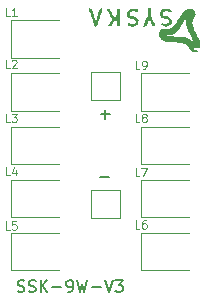
<source format=gbr>
%TF.GenerationSoftware,KiCad,Pcbnew,(7.0.0)*%
%TF.CreationDate,2023-02-27T22:59:02+05:30*%
%TF.ProjectId,9W_SYSKA,39575f53-5953-44b4-912e-6b696361645f,rev?*%
%TF.SameCoordinates,Original*%
%TF.FileFunction,Legend,Top*%
%TF.FilePolarity,Positive*%
%FSLAX46Y46*%
G04 Gerber Fmt 4.6, Leading zero omitted, Abs format (unit mm)*
G04 Created by KiCad (PCBNEW (7.0.0)) date 2023-02-27 22:59:02*
%MOMM*%
%LPD*%
G01*
G04 APERTURE LIST*
%ADD10C,0.150000*%
%ADD11C,0.120000*%
G04 APERTURE END LIST*
D10*
X101560476Y-125374761D02*
X101703333Y-125422380D01*
X101703333Y-125422380D02*
X101941428Y-125422380D01*
X101941428Y-125422380D02*
X102036666Y-125374761D01*
X102036666Y-125374761D02*
X102084285Y-125327142D01*
X102084285Y-125327142D02*
X102131904Y-125231904D01*
X102131904Y-125231904D02*
X102131904Y-125136666D01*
X102131904Y-125136666D02*
X102084285Y-125041428D01*
X102084285Y-125041428D02*
X102036666Y-124993809D01*
X102036666Y-124993809D02*
X101941428Y-124946190D01*
X101941428Y-124946190D02*
X101750952Y-124898571D01*
X101750952Y-124898571D02*
X101655714Y-124850952D01*
X101655714Y-124850952D02*
X101608095Y-124803333D01*
X101608095Y-124803333D02*
X101560476Y-124708095D01*
X101560476Y-124708095D02*
X101560476Y-124612857D01*
X101560476Y-124612857D02*
X101608095Y-124517619D01*
X101608095Y-124517619D02*
X101655714Y-124470000D01*
X101655714Y-124470000D02*
X101750952Y-124422380D01*
X101750952Y-124422380D02*
X101989047Y-124422380D01*
X101989047Y-124422380D02*
X102131904Y-124470000D01*
X102512857Y-125374761D02*
X102655714Y-125422380D01*
X102655714Y-125422380D02*
X102893809Y-125422380D01*
X102893809Y-125422380D02*
X102989047Y-125374761D01*
X102989047Y-125374761D02*
X103036666Y-125327142D01*
X103036666Y-125327142D02*
X103084285Y-125231904D01*
X103084285Y-125231904D02*
X103084285Y-125136666D01*
X103084285Y-125136666D02*
X103036666Y-125041428D01*
X103036666Y-125041428D02*
X102989047Y-124993809D01*
X102989047Y-124993809D02*
X102893809Y-124946190D01*
X102893809Y-124946190D02*
X102703333Y-124898571D01*
X102703333Y-124898571D02*
X102608095Y-124850952D01*
X102608095Y-124850952D02*
X102560476Y-124803333D01*
X102560476Y-124803333D02*
X102512857Y-124708095D01*
X102512857Y-124708095D02*
X102512857Y-124612857D01*
X102512857Y-124612857D02*
X102560476Y-124517619D01*
X102560476Y-124517619D02*
X102608095Y-124470000D01*
X102608095Y-124470000D02*
X102703333Y-124422380D01*
X102703333Y-124422380D02*
X102941428Y-124422380D01*
X102941428Y-124422380D02*
X103084285Y-124470000D01*
X103512857Y-125422380D02*
X103512857Y-124422380D01*
X104084285Y-125422380D02*
X103655714Y-124850952D01*
X104084285Y-124422380D02*
X103512857Y-124993809D01*
X104512857Y-125041428D02*
X105274762Y-125041428D01*
X105798571Y-125422380D02*
X105989047Y-125422380D01*
X105989047Y-125422380D02*
X106084285Y-125374761D01*
X106084285Y-125374761D02*
X106131904Y-125327142D01*
X106131904Y-125327142D02*
X106227142Y-125184285D01*
X106227142Y-125184285D02*
X106274761Y-124993809D01*
X106274761Y-124993809D02*
X106274761Y-124612857D01*
X106274761Y-124612857D02*
X106227142Y-124517619D01*
X106227142Y-124517619D02*
X106179523Y-124470000D01*
X106179523Y-124470000D02*
X106084285Y-124422380D01*
X106084285Y-124422380D02*
X105893809Y-124422380D01*
X105893809Y-124422380D02*
X105798571Y-124470000D01*
X105798571Y-124470000D02*
X105750952Y-124517619D01*
X105750952Y-124517619D02*
X105703333Y-124612857D01*
X105703333Y-124612857D02*
X105703333Y-124850952D01*
X105703333Y-124850952D02*
X105750952Y-124946190D01*
X105750952Y-124946190D02*
X105798571Y-124993809D01*
X105798571Y-124993809D02*
X105893809Y-125041428D01*
X105893809Y-125041428D02*
X106084285Y-125041428D01*
X106084285Y-125041428D02*
X106179523Y-124993809D01*
X106179523Y-124993809D02*
X106227142Y-124946190D01*
X106227142Y-124946190D02*
X106274761Y-124850952D01*
X106608095Y-124422380D02*
X106846190Y-125422380D01*
X106846190Y-125422380D02*
X107036666Y-124708095D01*
X107036666Y-124708095D02*
X107227142Y-125422380D01*
X107227142Y-125422380D02*
X107465238Y-124422380D01*
X107846190Y-125041428D02*
X108608095Y-125041428D01*
X108941428Y-124422380D02*
X109274761Y-125422380D01*
X109274761Y-125422380D02*
X109608094Y-124422380D01*
X109846190Y-124422380D02*
X110465237Y-124422380D01*
X110465237Y-124422380D02*
X110131904Y-124803333D01*
X110131904Y-124803333D02*
X110274761Y-124803333D01*
X110274761Y-124803333D02*
X110369999Y-124850952D01*
X110369999Y-124850952D02*
X110417618Y-124898571D01*
X110417618Y-124898571D02*
X110465237Y-124993809D01*
X110465237Y-124993809D02*
X110465237Y-125231904D01*
X110465237Y-125231904D02*
X110417618Y-125327142D01*
X110417618Y-125327142D02*
X110369999Y-125374761D01*
X110369999Y-125374761D02*
X110274761Y-125422380D01*
X110274761Y-125422380D02*
X109989047Y-125422380D01*
X109989047Y-125422380D02*
X109893809Y-125374761D01*
X109893809Y-125374761D02*
X109846190Y-125327142D01*
D11*
%TO.C,L9*%
X111883333Y-106557166D02*
X111549999Y-106557166D01*
X111549999Y-106557166D02*
X111549999Y-105857166D01*
X112150000Y-106557166D02*
X112283333Y-106557166D01*
X112283333Y-106557166D02*
X112350000Y-106523833D01*
X112350000Y-106523833D02*
X112383333Y-106490500D01*
X112383333Y-106490500D02*
X112450000Y-106390500D01*
X112450000Y-106390500D02*
X112483333Y-106257166D01*
X112483333Y-106257166D02*
X112483333Y-105990500D01*
X112483333Y-105990500D02*
X112450000Y-105923833D01*
X112450000Y-105923833D02*
X112416666Y-105890500D01*
X112416666Y-105890500D02*
X112350000Y-105857166D01*
X112350000Y-105857166D02*
X112216666Y-105857166D01*
X112216666Y-105857166D02*
X112150000Y-105890500D01*
X112150000Y-105890500D02*
X112116666Y-105923833D01*
X112116666Y-105923833D02*
X112083333Y-105990500D01*
X112083333Y-105990500D02*
X112083333Y-106157166D01*
X112083333Y-106157166D02*
X112116666Y-106223833D01*
X112116666Y-106223833D02*
X112150000Y-106257166D01*
X112150000Y-106257166D02*
X112216666Y-106290500D01*
X112216666Y-106290500D02*
X112350000Y-106290500D01*
X112350000Y-106290500D02*
X112416666Y-106257166D01*
X112416666Y-106257166D02*
X112450000Y-106223833D01*
X112450000Y-106223833D02*
X112483333Y-106157166D01*
%TO.C,L8*%
X111883333Y-111047166D02*
X111549999Y-111047166D01*
X111549999Y-111047166D02*
X111549999Y-110347166D01*
X112216666Y-110647166D02*
X112150000Y-110613833D01*
X112150000Y-110613833D02*
X112116666Y-110580500D01*
X112116666Y-110580500D02*
X112083333Y-110513833D01*
X112083333Y-110513833D02*
X112083333Y-110480500D01*
X112083333Y-110480500D02*
X112116666Y-110413833D01*
X112116666Y-110413833D02*
X112150000Y-110380500D01*
X112150000Y-110380500D02*
X112216666Y-110347166D01*
X112216666Y-110347166D02*
X112350000Y-110347166D01*
X112350000Y-110347166D02*
X112416666Y-110380500D01*
X112416666Y-110380500D02*
X112450000Y-110413833D01*
X112450000Y-110413833D02*
X112483333Y-110480500D01*
X112483333Y-110480500D02*
X112483333Y-110513833D01*
X112483333Y-110513833D02*
X112450000Y-110580500D01*
X112450000Y-110580500D02*
X112416666Y-110613833D01*
X112416666Y-110613833D02*
X112350000Y-110647166D01*
X112350000Y-110647166D02*
X112216666Y-110647166D01*
X112216666Y-110647166D02*
X112150000Y-110680500D01*
X112150000Y-110680500D02*
X112116666Y-110713833D01*
X112116666Y-110713833D02*
X112083333Y-110780500D01*
X112083333Y-110780500D02*
X112083333Y-110913833D01*
X112083333Y-110913833D02*
X112116666Y-110980500D01*
X112116666Y-110980500D02*
X112150000Y-111013833D01*
X112150000Y-111013833D02*
X112216666Y-111047166D01*
X112216666Y-111047166D02*
X112350000Y-111047166D01*
X112350000Y-111047166D02*
X112416666Y-111013833D01*
X112416666Y-111013833D02*
X112450000Y-110980500D01*
X112450000Y-110980500D02*
X112483333Y-110913833D01*
X112483333Y-110913833D02*
X112483333Y-110780500D01*
X112483333Y-110780500D02*
X112450000Y-110713833D01*
X112450000Y-110713833D02*
X112416666Y-110680500D01*
X112416666Y-110680500D02*
X112350000Y-110647166D01*
%TO.C,L5*%
X100883333Y-120137166D02*
X100549999Y-120137166D01*
X100549999Y-120137166D02*
X100549999Y-119437166D01*
X101450000Y-119437166D02*
X101116666Y-119437166D01*
X101116666Y-119437166D02*
X101083333Y-119770500D01*
X101083333Y-119770500D02*
X101116666Y-119737166D01*
X101116666Y-119737166D02*
X101183333Y-119703833D01*
X101183333Y-119703833D02*
X101350000Y-119703833D01*
X101350000Y-119703833D02*
X101416666Y-119737166D01*
X101416666Y-119737166D02*
X101450000Y-119770500D01*
X101450000Y-119770500D02*
X101483333Y-119837166D01*
X101483333Y-119837166D02*
X101483333Y-120003833D01*
X101483333Y-120003833D02*
X101450000Y-120070500D01*
X101450000Y-120070500D02*
X101416666Y-120103833D01*
X101416666Y-120103833D02*
X101350000Y-120137166D01*
X101350000Y-120137166D02*
X101183333Y-120137166D01*
X101183333Y-120137166D02*
X101116666Y-120103833D01*
X101116666Y-120103833D02*
X101083333Y-120070500D01*
%TO.C,L4*%
X100883333Y-115557166D02*
X100549999Y-115557166D01*
X100549999Y-115557166D02*
X100549999Y-114857166D01*
X101416666Y-115090500D02*
X101416666Y-115557166D01*
X101250000Y-114823833D02*
X101083333Y-115323833D01*
X101083333Y-115323833D02*
X101516666Y-115323833D01*
D10*
%TO.C,REF\u002A\u002A*%
X108608095Y-110391428D02*
X109370000Y-110391428D01*
X108989047Y-110772380D02*
X108989047Y-110010476D01*
D11*
%TO.C,L1*%
X100883333Y-102057166D02*
X100549999Y-102057166D01*
X100549999Y-102057166D02*
X100549999Y-101357166D01*
X101483333Y-102057166D02*
X101083333Y-102057166D01*
X101283333Y-102057166D02*
X101283333Y-101357166D01*
X101283333Y-101357166D02*
X101216666Y-101457166D01*
X101216666Y-101457166D02*
X101150000Y-101523833D01*
X101150000Y-101523833D02*
X101083333Y-101557166D01*
%TO.C,L7*%
X111883333Y-115617166D02*
X111549999Y-115617166D01*
X111549999Y-115617166D02*
X111549999Y-114917166D01*
X112050000Y-114917166D02*
X112516666Y-114917166D01*
X112516666Y-114917166D02*
X112216666Y-115617166D01*
%TO.C,L2*%
X100883333Y-106477166D02*
X100549999Y-106477166D01*
X100549999Y-106477166D02*
X100549999Y-105777166D01*
X101083333Y-105843833D02*
X101116666Y-105810500D01*
X101116666Y-105810500D02*
X101183333Y-105777166D01*
X101183333Y-105777166D02*
X101350000Y-105777166D01*
X101350000Y-105777166D02*
X101416666Y-105810500D01*
X101416666Y-105810500D02*
X101450000Y-105843833D01*
X101450000Y-105843833D02*
X101483333Y-105910500D01*
X101483333Y-105910500D02*
X101483333Y-105977166D01*
X101483333Y-105977166D02*
X101450000Y-106077166D01*
X101450000Y-106077166D02*
X101050000Y-106477166D01*
X101050000Y-106477166D02*
X101483333Y-106477166D01*
D10*
%TO.C,REF\u002A\u002A*%
X108548095Y-115701428D02*
X109310000Y-115701428D01*
D11*
%TO.C,L6*%
X111883333Y-120057166D02*
X111549999Y-120057166D01*
X111549999Y-120057166D02*
X111549999Y-119357166D01*
X112416666Y-119357166D02*
X112283333Y-119357166D01*
X112283333Y-119357166D02*
X112216666Y-119390500D01*
X112216666Y-119390500D02*
X112183333Y-119423833D01*
X112183333Y-119423833D02*
X112116666Y-119523833D01*
X112116666Y-119523833D02*
X112083333Y-119657166D01*
X112083333Y-119657166D02*
X112083333Y-119923833D01*
X112083333Y-119923833D02*
X112116666Y-119990500D01*
X112116666Y-119990500D02*
X112150000Y-120023833D01*
X112150000Y-120023833D02*
X112216666Y-120057166D01*
X112216666Y-120057166D02*
X112350000Y-120057166D01*
X112350000Y-120057166D02*
X112416666Y-120023833D01*
X112416666Y-120023833D02*
X112450000Y-119990500D01*
X112450000Y-119990500D02*
X112483333Y-119923833D01*
X112483333Y-119923833D02*
X112483333Y-119757166D01*
X112483333Y-119757166D02*
X112450000Y-119690500D01*
X112450000Y-119690500D02*
X112416666Y-119657166D01*
X112416666Y-119657166D02*
X112350000Y-119623833D01*
X112350000Y-119623833D02*
X112216666Y-119623833D01*
X112216666Y-119623833D02*
X112150000Y-119657166D01*
X112150000Y-119657166D02*
X112116666Y-119690500D01*
X112116666Y-119690500D02*
X112083333Y-119757166D01*
%TO.C,L3*%
X100883333Y-111037166D02*
X100549999Y-111037166D01*
X100549999Y-111037166D02*
X100549999Y-110337166D01*
X101050000Y-110337166D02*
X101483333Y-110337166D01*
X101483333Y-110337166D02*
X101250000Y-110603833D01*
X101250000Y-110603833D02*
X101350000Y-110603833D01*
X101350000Y-110603833D02*
X101416666Y-110637166D01*
X101416666Y-110637166D02*
X101450000Y-110670500D01*
X101450000Y-110670500D02*
X101483333Y-110737166D01*
X101483333Y-110737166D02*
X101483333Y-110903833D01*
X101483333Y-110903833D02*
X101450000Y-110970500D01*
X101450000Y-110970500D02*
X101416666Y-111003833D01*
X101416666Y-111003833D02*
X101350000Y-111037166D01*
X101350000Y-111037166D02*
X101150000Y-111037166D01*
X101150000Y-111037166D02*
X101083333Y-111003833D01*
X101083333Y-111003833D02*
X101050000Y-110970500D01*
%TO.C,L9*%
X112040000Y-106915000D02*
X112040000Y-110085000D01*
X112040000Y-110085000D02*
X116100000Y-110085000D01*
X116100000Y-106915000D02*
X112040000Y-106915000D01*
%TO.C,J2*%
X107800000Y-116800000D02*
X110200000Y-116800000D01*
X107800000Y-119200000D02*
X107800000Y-116800000D01*
X110200000Y-116800000D02*
X110200000Y-119200000D01*
X110200000Y-119200000D02*
X107800000Y-119200000D01*
%TO.C,L8*%
X112040000Y-111415000D02*
X112040000Y-114585000D01*
X112040000Y-114585000D02*
X116100000Y-114585000D01*
X116100000Y-111415000D02*
X112040000Y-111415000D01*
%TO.C,G\u002A\u002A\u002A*%
G36*
X114943033Y-103561211D02*
G01*
X114926896Y-103577348D01*
X114910758Y-103561211D01*
X114926896Y-103545074D01*
X114943033Y-103561211D01*
G37*
G36*
X112845193Y-101718558D02*
G01*
X112847255Y-101843633D01*
X112856147Y-101950442D01*
X112875932Y-102051020D01*
X112910672Y-102157403D01*
X112964427Y-102281626D01*
X113041260Y-102435723D01*
X113145233Y-102631730D01*
X113167018Y-102672160D01*
X113223286Y-102783694D01*
X113261189Y-102873277D01*
X113274935Y-102926553D01*
X113272720Y-102934205D01*
X113227589Y-102944518D01*
X113147112Y-102942450D01*
X113128986Y-102940409D01*
X113044973Y-102920832D01*
X112998407Y-102876119D01*
X112971049Y-102809076D01*
X112941919Y-102736689D01*
X112894224Y-102632915D01*
X112838227Y-102518522D01*
X112784193Y-102414278D01*
X112742386Y-102340952D01*
X112732457Y-102326323D01*
X112714773Y-102345824D01*
X112677834Y-102409322D01*
X112628966Y-102501991D01*
X112575498Y-102609006D01*
X112524757Y-102715542D01*
X112484070Y-102806775D01*
X112460765Y-102867879D01*
X112457900Y-102881808D01*
X112436543Y-102927879D01*
X112417556Y-102935539D01*
X112356446Y-102941960D01*
X112289136Y-102949691D01*
X112218517Y-102948013D01*
X112183198Y-102931263D01*
X112191065Y-102894014D01*
X112224521Y-102810331D01*
X112278865Y-102690780D01*
X112349394Y-102545926D01*
X112392305Y-102461388D01*
X112619272Y-102020413D01*
X112619272Y-101717686D01*
X112619272Y-101414959D01*
X112732232Y-101414959D01*
X112845193Y-101414959D01*
X112845193Y-101718558D01*
G37*
G36*
X108717683Y-101421477D02*
G01*
X108746300Y-101447962D01*
X108746337Y-101449237D01*
X108736596Y-101489889D01*
X108709614Y-101580920D01*
X108668754Y-101711539D01*
X108617376Y-101870950D01*
X108572947Y-102005971D01*
X108510242Y-102196604D01*
X108450104Y-102382489D01*
X108397545Y-102547909D01*
X108357580Y-102677150D01*
X108341915Y-102730144D01*
X108309753Y-102833595D01*
X108281913Y-102907218D01*
X108265178Y-102934328D01*
X108220251Y-102941926D01*
X108191012Y-102947403D01*
X108147203Y-102946932D01*
X108109983Y-102919472D01*
X108071867Y-102854605D01*
X108025370Y-102741912D01*
X108005936Y-102689801D01*
X107962638Y-102567655D01*
X107909965Y-102412462D01*
X107852060Y-102237193D01*
X107793065Y-102054820D01*
X107737125Y-101878313D01*
X107688381Y-101720645D01*
X107650978Y-101594786D01*
X107629058Y-101513709D01*
X107626400Y-101501528D01*
X107619128Y-101442798D01*
X107639249Y-101419275D01*
X107702857Y-101418580D01*
X107731281Y-101420842D01*
X107817865Y-101436858D01*
X107861836Y-101474599D01*
X107876259Y-101511783D01*
X107929898Y-101703327D01*
X107969739Y-101842472D01*
X107998760Y-101939148D01*
X108019942Y-102003286D01*
X108036040Y-102044311D01*
X108059996Y-102109512D01*
X108092688Y-102211990D01*
X108119289Y-102302507D01*
X108173997Y-102496154D01*
X108246886Y-102270233D01*
X108293775Y-102121324D01*
X108341903Y-101962868D01*
X108374676Y-101850665D01*
X108434878Y-101659221D01*
X108490340Y-101528047D01*
X108542924Y-101453200D01*
X108571315Y-101434608D01*
X108651591Y-101416376D01*
X108717683Y-101421477D01*
G37*
G36*
X114265375Y-101451678D02*
G01*
X114390562Y-101460401D01*
X114481208Y-101475049D01*
X114507328Y-101484502D01*
X114581319Y-101539218D01*
X114636230Y-101604055D01*
X114652563Y-101647741D01*
X114626628Y-101679757D01*
X114577312Y-101708826D01*
X114503909Y-101725350D01*
X114414453Y-101705629D01*
X114379724Y-101691996D01*
X114207741Y-101645666D01*
X114043706Y-101658470D01*
X113957625Y-101687646D01*
X113882118Y-101727830D01*
X113850994Y-101779035D01*
X113845701Y-101846712D01*
X113854693Y-101932698D01*
X113888887Y-101993099D01*
X113959115Y-102035756D01*
X114076207Y-102068506D01*
X114178375Y-102087491D01*
X114367111Y-102131996D01*
X114498941Y-102195334D01*
X114580064Y-102282762D01*
X114616680Y-102399538D01*
X114620288Y-102462294D01*
X114597184Y-102635561D01*
X114524798Y-102772010D01*
X114434189Y-102856953D01*
X114283837Y-102929930D01*
X114111507Y-102953203D01*
X113935664Y-102927377D01*
X113774771Y-102853059D01*
X113748685Y-102834473D01*
X113668192Y-102773341D01*
X113733127Y-102707876D01*
X113773676Y-102671548D01*
X113813434Y-102658589D01*
X113873406Y-102668021D01*
X113968490Y-102696911D01*
X114069462Y-102726832D01*
X114135185Y-102734983D01*
X114191330Y-102720934D01*
X114248863Y-102692202D01*
X114344393Y-102614305D01*
X114380515Y-102534163D01*
X114382780Y-102453082D01*
X114344387Y-102391027D01*
X114258356Y-102342956D01*
X114117705Y-102303825D01*
X114040921Y-102288889D01*
X113869480Y-102249132D01*
X113752236Y-102196019D01*
X113678984Y-102120516D01*
X113639519Y-102013588D01*
X113627122Y-101922628D01*
X113623408Y-101800361D01*
X113640705Y-101710852D01*
X113683378Y-101626281D01*
X113742815Y-101545117D01*
X113801628Y-101487219D01*
X113814190Y-101479100D01*
X113880055Y-101462589D01*
X113990373Y-101452618D01*
X114125396Y-101449032D01*
X114265375Y-101451678D01*
G37*
G36*
X111531006Y-101452047D02*
G01*
X111637967Y-101468014D01*
X111709738Y-101497433D01*
X111716474Y-101501843D01*
X111795787Y-101564889D01*
X111820856Y-101616148D01*
X111796247Y-101670439D01*
X111775689Y-101694026D01*
X111728868Y-101738576D01*
X111689629Y-101745921D01*
X111630128Y-101717860D01*
X111607733Y-101704888D01*
X111501613Y-101665023D01*
X111374765Y-101648330D01*
X111248491Y-101654124D01*
X111144093Y-101681721D01*
X111088650Y-101721567D01*
X111047629Y-101812324D01*
X111043346Y-101909555D01*
X111076071Y-101986134D01*
X111085918Y-101995637D01*
X111140521Y-102021398D01*
X111238064Y-102051008D01*
X111357739Y-102078178D01*
X111361369Y-102078873D01*
X111557315Y-102131244D01*
X111694884Y-102205164D01*
X111777998Y-102305287D01*
X111810579Y-102436265D01*
X111797726Y-102596583D01*
X111747723Y-102725702D01*
X111647724Y-102828243D01*
X111491413Y-102910492D01*
X111476665Y-102916240D01*
X111371115Y-102950897D01*
X111287616Y-102958332D01*
X111190798Y-102940807D01*
X111171434Y-102935765D01*
X111020698Y-102884041D01*
X110923626Y-102825254D01*
X110883110Y-102762976D01*
X110902045Y-102700775D01*
X110948957Y-102661221D01*
X111016968Y-102643166D01*
X111066013Y-102663622D01*
X111177938Y-102708985D01*
X111302373Y-102722412D01*
X111420631Y-102706220D01*
X111514025Y-102662725D01*
X111561343Y-102602240D01*
X111566004Y-102520900D01*
X111538421Y-102431214D01*
X111489923Y-102359991D01*
X111448506Y-102335215D01*
X111379669Y-102319499D01*
X111272983Y-102295275D01*
X111171076Y-102272205D01*
X111008307Y-102224843D01*
X110900683Y-102163948D01*
X110838934Y-102080116D01*
X110813789Y-101963948D01*
X110811902Y-101907985D01*
X110827574Y-101736730D01*
X110878394Y-101609838D01*
X110970073Y-101522634D01*
X111108319Y-101470442D01*
X111298841Y-101448586D01*
X111374482Y-101447234D01*
X111531006Y-101452047D01*
G37*
G36*
X110263236Y-102189547D02*
G01*
X110263236Y-102931859D01*
X110153729Y-102931859D01*
X110092878Y-102927824D01*
X110051319Y-102908835D01*
X110025298Y-102864570D01*
X110011060Y-102784704D01*
X110004853Y-102658913D01*
X110003143Y-102517720D01*
X110000970Y-102375191D01*
X109995714Y-102289285D01*
X109986104Y-102252101D01*
X109970867Y-102255736D01*
X109962799Y-102267030D01*
X109923211Y-102320671D01*
X109854528Y-102405139D01*
X109770783Y-102503232D01*
X109760818Y-102514612D01*
X109668103Y-102623709D01*
X109581422Y-102731641D01*
X109519347Y-102815271D01*
X109518759Y-102816133D01*
X109455289Y-102889099D01*
X109392332Y-102930717D01*
X109375689Y-102934328D01*
X109288661Y-102940416D01*
X109237156Y-102945393D01*
X109172479Y-102941197D01*
X109146068Y-102925873D01*
X109159139Y-102891948D01*
X109207757Y-102821485D01*
X109283797Y-102725479D01*
X109359727Y-102636749D01*
X109466825Y-102511631D01*
X109534147Y-102422224D01*
X109567831Y-102358872D01*
X109574019Y-102311917D01*
X109572224Y-102302527D01*
X109548168Y-102245961D01*
X109497348Y-102149732D01*
X109427821Y-102028531D01*
X109366489Y-101927249D01*
X109285661Y-101794383D01*
X109214559Y-101673051D01*
X109162227Y-101578940D01*
X109140878Y-101535989D01*
X109119523Y-101478185D01*
X109131960Y-101453248D01*
X109191302Y-101447355D01*
X109225076Y-101447234D01*
X109294950Y-101454071D01*
X109354370Y-101480434D01*
X109411286Y-101535105D01*
X109473646Y-101626865D01*
X109549400Y-101764493D01*
X109597470Y-101858581D01*
X109656822Y-101969959D01*
X109710054Y-102058492D01*
X109747417Y-102108229D01*
X109752559Y-102112392D01*
X109798179Y-102104077D01*
X109868606Y-102043588D01*
X109904048Y-102003746D01*
X109964801Y-101926520D01*
X109997465Y-101862147D01*
X110009591Y-101785645D01*
X110008730Y-101672033D01*
X110008267Y-101658931D01*
X110000592Y-101447234D01*
X110131914Y-101447234D01*
X110263236Y-101447234D01*
X110263236Y-102189547D01*
G37*
G36*
X116659592Y-101856044D02*
G01*
X116695690Y-101917907D01*
X116578107Y-102071949D01*
X116461634Y-102268016D01*
X116389903Y-102484098D01*
X116369154Y-102699529D01*
X116372778Y-102751930D01*
X116401012Y-102885129D01*
X116458673Y-103058641D01*
X116540021Y-103258650D01*
X116639316Y-103471337D01*
X116750821Y-103682888D01*
X116782683Y-103738721D01*
X116884883Y-103941803D01*
X116966381Y-104157457D01*
X117020574Y-104364983D01*
X117036362Y-104504080D01*
X117040857Y-104543680D01*
X117040873Y-104548031D01*
X117040873Y-104626268D01*
X117040873Y-104740434D01*
X116782677Y-104726501D01*
X116643390Y-104722101D01*
X116560449Y-104727730D01*
X116526325Y-104744113D01*
X116524481Y-104751348D01*
X116510691Y-104802875D01*
X116476316Y-104883726D01*
X116463412Y-104909914D01*
X116432157Y-104983045D01*
X116425709Y-105025436D01*
X116431137Y-105029699D01*
X116458965Y-105004896D01*
X116459933Y-104996334D01*
X116490182Y-104978458D01*
X116573612Y-104969127D01*
X116669717Y-104968740D01*
X116776571Y-104974999D01*
X116852133Y-104985761D01*
X116879501Y-104998154D01*
X116848143Y-105048670D01*
X116754969Y-105085431D01*
X116601324Y-105107980D01*
X116542571Y-105111964D01*
X116298531Y-105125041D01*
X116207369Y-104924066D01*
X116115223Y-104753036D01*
X116014755Y-104626268D01*
X116556756Y-104626268D01*
X116572893Y-104642405D01*
X116589030Y-104626268D01*
X116572893Y-104610131D01*
X116556756Y-104626268D01*
X116014755Y-104626268D01*
X116004596Y-104613450D01*
X115868759Y-104502415D01*
X115700981Y-104417039D01*
X115494532Y-104354430D01*
X115242683Y-104311697D01*
X114938704Y-104285947D01*
X114700974Y-104276717D01*
X114405715Y-104260807D01*
X114165108Y-104226991D01*
X113970849Y-104171625D01*
X113814637Y-104091067D01*
X113688170Y-103981673D01*
X113583146Y-103839801D01*
X113542822Y-103768495D01*
X113513715Y-103685015D01*
X114152309Y-103685015D01*
X114313681Y-103730093D01*
X114399300Y-103746517D01*
X114535124Y-103763700D01*
X114706848Y-103780226D01*
X114900165Y-103794680D01*
X115055994Y-103803567D01*
X115324595Y-103818527D01*
X115538419Y-103835000D01*
X115707236Y-103854258D01*
X115840817Y-103877571D01*
X115948933Y-103906211D01*
X116008090Y-103927450D01*
X116108864Y-103985198D01*
X116221785Y-104076304D01*
X116329781Y-104183853D01*
X116415779Y-104290934D01*
X116461474Y-104376582D01*
X116494371Y-104464523D01*
X116523764Y-104520071D01*
X116543139Y-104535749D01*
X116545984Y-104504080D01*
X116538410Y-104464896D01*
X116498783Y-104333635D01*
X116437511Y-104170900D01*
X116364829Y-104001344D01*
X116290972Y-103849621D01*
X116259048Y-103791967D01*
X116207627Y-103697480D01*
X116139791Y-103563499D01*
X116065247Y-103409557D01*
X116008297Y-103287332D01*
X115902568Y-103030401D01*
X115839417Y-102811720D01*
X115817443Y-102622289D01*
X115835245Y-102453107D01*
X115863841Y-102359136D01*
X115926357Y-102228577D01*
X116012359Y-102091428D01*
X116105250Y-101972133D01*
X116169462Y-101909074D01*
X116196094Y-101882480D01*
X116169104Y-101882652D01*
X116145257Y-101888309D01*
X116088818Y-101910645D01*
X116072639Y-101928391D01*
X116053022Y-101963287D01*
X116003067Y-102027803D01*
X115967747Y-102069139D01*
X115844290Y-102212901D01*
X115742664Y-102341839D01*
X115646747Y-102477895D01*
X115540422Y-102643009D01*
X115508822Y-102693829D01*
X115432653Y-102816179D01*
X115367665Y-102919168D01*
X115322228Y-102989614D01*
X115306502Y-103012545D01*
X115273034Y-103060445D01*
X115225082Y-103133952D01*
X115220206Y-103141643D01*
X115128233Y-103259488D01*
X115020663Y-103367564D01*
X115002115Y-103386199D01*
X114864666Y-103500934D01*
X114772877Y-103560622D01*
X114738699Y-103582847D01*
X114735466Y-103584513D01*
X114710664Y-103593486D01*
X114611267Y-103629446D01*
X114452024Y-103660657D01*
X114425377Y-103663414D01*
X114378230Y-103668292D01*
X114152309Y-103685015D01*
X113513715Y-103685015D01*
X113507668Y-103667672D01*
X113508253Y-103653706D01*
X114077331Y-103653706D01*
X114082381Y-103663414D01*
X114120683Y-103667276D01*
X114125413Y-103663414D01*
X114120983Y-103644226D01*
X114103897Y-103641897D01*
X114077331Y-103653706D01*
X113508253Y-103653706D01*
X113510777Y-103593486D01*
X113942525Y-103593486D01*
X113958662Y-103609623D01*
X113974799Y-103593486D01*
X113958662Y-103577348D01*
X113942525Y-103593486D01*
X113510777Y-103593486D01*
X113512102Y-103561860D01*
X113723499Y-103561860D01*
X113727362Y-103566590D01*
X113746549Y-103562160D01*
X113748878Y-103545074D01*
X113737069Y-103518508D01*
X113727362Y-103523558D01*
X113723499Y-103561860D01*
X113512102Y-103561860D01*
X113512111Y-103561638D01*
X113558906Y-103437302D01*
X113564827Y-103427175D01*
X113781152Y-103427175D01*
X113799928Y-103456700D01*
X113845137Y-103512148D01*
X113845701Y-103512799D01*
X113878357Y-103545074D01*
X113889983Y-103556565D01*
X113910134Y-103562088D01*
X113910250Y-103560622D01*
X113890706Y-103518495D01*
X113856836Y-103474998D01*
X113802185Y-103422398D01*
X113781425Y-103423208D01*
X113781152Y-103427175D01*
X113564827Y-103427175D01*
X113599679Y-103367564D01*
X113748878Y-103367564D01*
X113765015Y-103383702D01*
X113781152Y-103367564D01*
X113765015Y-103351427D01*
X113748878Y-103367564D01*
X113599679Y-103367564D01*
X113642594Y-103294163D01*
X113728447Y-103161758D01*
X113995060Y-103180573D01*
X114133693Y-103188164D01*
X114231363Y-103185081D01*
X114311250Y-103167865D01*
X114396537Y-103133057D01*
X114434003Y-103115076D01*
X114549010Y-103051334D01*
X114655747Y-102979976D01*
X114703790Y-102940968D01*
X114788532Y-102849705D01*
X114897295Y-102712188D01*
X115022724Y-102538572D01*
X115157459Y-102339010D01*
X115283366Y-102141135D01*
X115371657Y-102009439D01*
X115473367Y-101875129D01*
X115497467Y-101846336D01*
X116013799Y-101846336D01*
X116018848Y-101856044D01*
X116057150Y-101859906D01*
X116061881Y-101856044D01*
X116057451Y-101836857D01*
X116040365Y-101834527D01*
X116013799Y-101846336D01*
X115497467Y-101846336D01*
X115578717Y-101749263D01*
X115677931Y-101642898D01*
X115761230Y-101567091D01*
X115818837Y-101532901D01*
X115821712Y-101532343D01*
X115884254Y-101510206D01*
X115911267Y-101495267D01*
X115968146Y-101476752D01*
X116066612Y-101459168D01*
X116183728Y-101445108D01*
X116296552Y-101437165D01*
X116382146Y-101437933D01*
X116398656Y-101440166D01*
X116444123Y-101473674D01*
X116490593Y-101543138D01*
X116495503Y-101553300D01*
X116543199Y-101648678D01*
X116602898Y-101758423D01*
X116619573Y-101787462D01*
X116659592Y-101856044D01*
G37*
%TO.C,L5*%
X101040000Y-120415000D02*
X101040000Y-123585000D01*
X101040000Y-123585000D02*
X105100000Y-123585000D01*
X105100000Y-120415000D02*
X101040000Y-120415000D01*
%TO.C,L4*%
X101040000Y-115915000D02*
X101040000Y-119085000D01*
X101040000Y-119085000D02*
X105100000Y-119085000D01*
X105100000Y-115915000D02*
X101040000Y-115915000D01*
%TO.C,L1*%
X101040000Y-102415000D02*
X101040000Y-105585000D01*
X101040000Y-105585000D02*
X105100000Y-105585000D01*
X105100000Y-102415000D02*
X101040000Y-102415000D01*
%TO.C,L7*%
X112040000Y-115915000D02*
X112040000Y-119085000D01*
X112040000Y-119085000D02*
X116100000Y-119085000D01*
X116100000Y-115915000D02*
X112040000Y-115915000D01*
%TO.C,L2*%
X101040000Y-106915000D02*
X101040000Y-110085000D01*
X101040000Y-110085000D02*
X105100000Y-110085000D01*
X105100000Y-106915000D02*
X101040000Y-106915000D01*
%TO.C,L6*%
X112040000Y-120415000D02*
X112040000Y-123585000D01*
X112040000Y-123585000D02*
X116100000Y-123585000D01*
X116100000Y-120415000D02*
X112040000Y-120415000D01*
%TO.C,J1*%
X107800000Y-106800000D02*
X110200000Y-106800000D01*
X107800000Y-109200000D02*
X107800000Y-106800000D01*
X110200000Y-106800000D02*
X110200000Y-109200000D01*
X110200000Y-109200000D02*
X107800000Y-109200000D01*
%TO.C,L3*%
X101040000Y-111415000D02*
X101040000Y-114585000D01*
X101040000Y-114585000D02*
X105100000Y-114585000D01*
X105100000Y-111415000D02*
X101040000Y-111415000D01*
%TD*%
M02*

</source>
